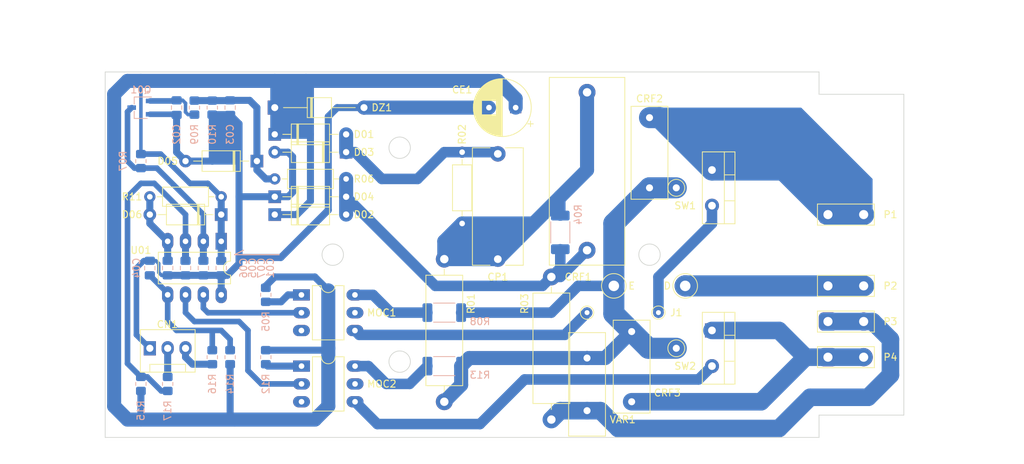
<source format=kicad_pcb>
(kicad_pcb (version 20211014) (generator pcbnew)
  (layers (0 "F.Cu" signal) (31 "B.Cu" signal) (34 "B.Paste" user) (35 "F.Paste" user) (36 "B.SilkS" user "B.Silkscreen") (37 "F.SilkS" user "F.Silkscreen") (38 "B.Mask" user) (39 "F.Mask" user) (44 "Edge.Cuts" user))
  (net 0 "")
  (net 1 "ISLA1")
  (net 2 "ISLA2")
  (net 3 "ISLA3")
  (net 4 "ISLA4")
  (footprint "Resistor_THT:R_Axial_DIN0207_L6.3mm_D2.5mm_P10.16mm_Horizontal" (layer "F.Cu") (at 6.35 17.78)
    (fp_text reference "R11" (at -2.54 0) (layer "F.SilkS"))
    (fp_text value "R_Axial_DIN0207_L6.3mm_D2.5mm_P10.16mm_Horizontal" hide)
    (pad "1" thru_hole circle (at 0 0) (size 1.6 1.6) (drill 0.8) (layers *.Cu *.Mask))
    (pad "2" thru_hole oval (at 10.16 0) (size 1.6 1.6) (drill 0.8) (layers *.Cu *.Mask) (net 4 "ISLA4"))
  )
  (footprint "TestPoint:TestPoint_THTPad_D1.5mm_Drill0.7mm" (layer "F.Cu") (at 68.58 34.29)
    (fp_text reference "PAD2J1" hide)
    (fp_text value "TestPoint_THTPad_D1.5mm_Drill0.7mm" hide)
    (pad "1" thru_hole circle (at 0 0) (size 1.5 1.5) (drill 0.7) (layers *.Cu *.Mask))
  )
  (footprint "Resistor_THT:R_Axial_DIN0516_L15.5mm_D5.0mm_P20.32mm_Horizontal" (layer "F.Cu") (at 48.26 46.99 90)
    (fp_text reference "R01" (at 13.97 3.81 90) (layer "F.SilkS"))
    (fp_text value "R_Axial_DIN0516_L15.5mm_D5.0mm_P20.32mm_Horizontal" hide)
    (pad "1" thru_hole circle (at 0 0 90) (size 2.4 2.4) (drill 1.2) (layers *.Cu *.Mask))
    (pad "2" thru_hole oval (at 20.32 0 90) (size 2.4 2.4) (drill 1.2) (layers *.Cu *.Mask) (net 2 "ISLA2"))
  )
  (footprint "Resistor_THT:R_Axial_DIN0207_L6.3mm_D2.5mm_P10.16mm_Horizontal" (layer "F.Cu") (at 50.8 21.59 90)
    (fp_text reference "R02" (at 12.7 0 90) (layer "F.SilkS"))
    (fp_text value "R_Axial_DIN0207_L6.3mm_D2.5mm_P10.16mm_Horizontal" hide)
    (pad "1" thru_hole circle (at 0 0 90) (size 1.6 1.6) (drill 0.8) (layers *.Cu *.Mask) (net 2 "ISLA2"))
    (pad "2" thru_hole oval (at 10.16 0 90) (size 1.6 1.6) (drill 0.8) (layers *.Cu *.Mask))
  )
  (footprint "TestPoint:TestPoint_THTPad_D2.0mm_Drill1.0mm" (layer "F.Cu") (at 81.28 39.37)
    (fp_text reference "PADSW2" hide)
    (fp_text value "TestPoint_THTPad_D2.0mm_Drill1.0mm" hide)
    (pad "1" thru_hole circle (at 0 0) (size 2 2) (drill 1) (layers *.Cu *.Mask))
  )
  (footprint "Diode_THT:D_A-405_P10.16mm_Horizontal" (layer "F.Cu") (at 24.13 20.32)
    (fp_text reference "D02" (at 12.7 0) (layer "F.SilkS"))
    (fp_text value "D_A-405_P10.16mm_Horizontal" hide)
    (pad "1" thru_hole rect (at 0 0) (size 1.8 1.8) (drill 0.9) (layers *.Cu *.Mask) (net 4 "ISLA4"))
    (pad "2" thru_hole oval (at 10.16 0) (size 1.8 1.8) (drill 0.9) (layers *.Cu *.Mask))
  )
  (footprint "TestPoint:TestPoint_2Pads_Pitch5.08mm_Drill1.3mm" (layer "F.Cu") (at 102.87 35.56)
    (fp_text reference "P3" (at 8.89 0) (layer "F.SilkS"))
    (fp_text value "TestPoint_2Pads_Pitch5.08mm_Drill1.3mm" hide)
    (pad "1" thru_hole roundrect (at 0 0) (size 2.6 2.6) (drill 1.3) (layers *.Cu *.Mask))
    (pad "2" thru_hole circle (at 5.08 0) (size 2.6 2.6) (drill 1.3) (layers *.Cu *.Mask))
  )
  (footprint "Connector:FanPinHeader_1x03_P2.54mm_Vertical" (layer "F.Cu") (at 6.35 39.37)
    (fp_text reference "CN1" (at 2.5 -3.4) (layer "F.SilkS"))
    (fp_text value "FanPinHeader_1x03_P2.54mm_Vertical" hide)
    (pad "1" thru_hole rect (at 0 0 90) (size 2.03 1.73) (drill 1.02) (layers *.Cu *.Mask) (net 1 "ISLA1"))
    (pad "2" thru_hole oval (at 2.54 0 90) (size 2.03 1.73) (drill 1.02) (layers *.Cu *.Mask))
    (pad "3" thru_hole oval (at 5.08 0 90) (size 2.03 1.73) (drill 1.02) (layers *.Cu *.Mask))
  )
  (footprint "Package_TO_SOT_THT:TO-220-2_Vertical" (layer "F.Cu") (at 86.36 36.83 -90)
    (fp_text reference "SW2" (at 5.08 3.81 180) (layer "F.SilkS"))
    (fp_text value "TO-220-2_Vertical" hide)
    (pad "1" thru_hole rect (at 0 0 270) (size 2 2) (drill 1.1) (layers *.Cu *.Mask))
    (pad "2" thru_hole oval (at 5.08 0 270) (size 2 2) (drill 1.1) (layers *.Cu *.Mask))
  )
  (footprint "Capacitor_THT:CP_Radial_D8.0mm_P3.80mm" (layer "F.Cu") (at 58.42 5.08 180)
    (fp_text reference "CE1" (at 7.62 2.54) (layer "F.SilkS"))
    (fp_text value "CP_Radial_D8.0mm_P3.80mm" hide)
    (pad "1" thru_hole rect (at 0 0 180) (size 1.6 1.6) (drill 0.8) (layers *.Cu *.Mask) (net 4 "ISLA4"))
    (pad "2" thru_hole circle (at 3.8 0 180) (size 1.6 1.6) (drill 0.8) (layers *.Cu *.Mask) (net 1 "ISLA1"))
  )
  (footprint "TestPoint:TestPoint_THTPad_D2.0mm_Drill1.0mm" (layer "F.Cu") (at 81.28 16.51)
    (fp_text reference "PADSW2" hide)
    (fp_text value "TestPoint_THTPad_D2.0mm_Drill1.0mm" hide)
    (pad "1" thru_hole circle (at 0 0) (size 2 2) (drill 1) (layers *.Cu *.Mask))
  )
  (footprint "TestPoint:TestPoint_2Pads_Pitch5.08mm_Drill1.3mm" (layer "F.Cu") (at 102.87 30.48)
    (fp_text reference "P2" (at 8.89 0) (layer "F.SilkS"))
    (fp_text value "TestPoint_2Pads_Pitch5.08mm_Drill1.3mm" hide)
    (pad "1" thru_hole roundrect (at 0 0) (size 2.6 2.6) (drill 1.3) (layers *.Cu *.Mask))
    (pad "2" thru_hole circle (at 5.08 0) (size 2.6 2.6) (drill 1.3) (layers *.Cu *.Mask))
  )
  (footprint "Package_DIP:DIP-6_W7.62mm_LongPads" (layer "F.Cu") (at 27.94 41.91)
    (fp_text reference "MOC2" (at 11.43 2.54) (layer "F.SilkS"))
    (fp_text value "DIP-6_W7.62mm_LongPads" hide)
    (pad "1" thru_hole rect (at 0 0) (size 2.4 1.6) (drill 0.8) (layers *.Cu *.Mask))
    (pad "2" thru_hole oval (at 0 2.54) (size 2.4 1.6) (drill 0.8) (layers *.Cu *.Mask))
    (pad "3" thru_hole oval (at 0 5.08) (size 2.4 1.6) (drill 0.8) (layers *.Cu *.Mask))
    (pad "4" thru_hole oval (at 7.62 5.08) (size 2.4 1.6) (drill 0.8) (layers *.Cu *.Mask))
    (pad "5" thru_hole oval (at 7.62 2.54) (size 2.4 1.6) (drill 0.8) (layers *.Cu *.Mask))
    (pad "6" thru_hole oval (at 7.62 0) (size 2.4 1.6) (drill 0.8) (layers *.Cu *.Mask))
  )
  (footprint "Diode_THT:D_A-405_P10.16mm_Horizontal" (layer "F.Cu") (at 24.13 8.89)
    (fp_text reference "D01" (at 12.7 0) (layer "F.SilkS"))
    (fp_text value "D_A-405_P10.16mm_Horizontal" hide)
    (pad "1" thru_hole rect (at 0 0) (size 1.8 1.8) (drill 0.9) (layers *.Cu *.Mask) (net 4 "ISLA4"))
    (pad "2" thru_hole oval (at 10.16 0) (size 1.8 1.8) (drill 0.9) (layers *.Cu *.Mask))
  )
  (footprint "Package_DIP:DIP-6_W7.62mm_LongPads" (layer "F.Cu") (at 27.924989 31.765011)
    (fp_text reference "MOC1" (at 11.43 2.54) (layer "F.SilkS"))
    (fp_text value "DIP-6_W7.62mm_LongPads" hide)
    (pad "1" thru_hole rect (at 0 0) (size 2.4 1.6) (drill 0.8) (layers *.Cu *.Mask))
    (pad "2" thru_hole oval (at 0 2.54) (size 2.4 1.6) (drill 0.8) (layers *.Cu *.Mask))
    (pad "3" thru_hole oval (at 0 5.08) (size 2.4 1.6) (drill 0.8) (layers *.Cu *.Mask))
    (pad "4" thru_hole oval (at 7.62 5.08) (size 2.4 1.6) (drill 0.8) (layers *.Cu *.Mask))
    (pad "5" thru_hole oval (at 7.62 2.54) (size 2.4 1.6) (drill 0.8) (layers *.Cu *.Mask))
    (pad "6" thru_hole oval (at 7.62 0) (size 2.4 1.6) (drill 0.8) (layers *.Cu *.Mask))
  )
  (footprint "TestPoint:TestPoint_THTPad_D3.0mm_Drill1.5mm" (layer "F.Cu") (at 72.39 30.48)
    (fp_text reference "E" (at 2.54 0) (layer "F.SilkS"))
    (fp_text value "TestPoint_THTPad_D3.0mm_Drill1.5mm" hide)
    (pad "1" thru_hole circle (at 0 0) (size 3 3) (drill 1.5) (layers *.Cu *.Mask))
  )
  (footprint "Diode_THT:D_A-405_P10.16mm_Horizontal" (layer "F.Cu") (at 16.51 20.32 180)
    (fp_text reference "D06" (at 12.7 0) (layer "F.SilkS"))
    (fp_text value "D_A-405_P10.16mm_Horizontal" hide)
    (pad "1" thru_hole rect (at 0 0 180) (size 1.8 1.8) (drill 0.9) (layers *.Cu *.Mask) (net 4 "ISLA4"))
    (pad "2" thru_hole oval (at 10.16 0 180) (size 1.8 1.8) (drill 0.9) (layers *.Cu *.Mask))
  )
  (footprint "Resistor_THT:R_Axial_DIN0207_L6.3mm_D2.5mm_P10.16mm_Horizontal" (layer "F.Cu") (at 24.13 15.24)
    (fp_text reference "R06" (at 12.7 0) (layer "F.SilkS"))
    (fp_text value "R_Axial_DIN0207_L6.3mm_D2.5mm_P10.16mm_Horizontal" hide)
    (pad "1" thru_hole circle (at 0 0) (size 1.6 1.6) (drill 0.8) (layers *.Cu *.Mask))
    (pad "2" thru_hole oval (at 10.16 0) (size 1.6 1.6) (drill 0.8) (layers *.Cu *.Mask))
  )
  (footprint "Capacitor_THT:C_Disc_D14.5mm_W5.0mm_P7.50mm" (layer "F.Cu") (at 68.58 48.26 90)
    (fp_text reference "VAR1" (at -1.27 5.08 180) (layer "F.SilkS"))
    (fp_text value "C_Disc_D14.5mm_W5.0mm_P7.50mm" hide)
    (pad "1" thru_hole circle (at 0 0 90) (size 2 2) (drill 1) (layers *.Cu *.Mask))
    (pad "2" thru_hole circle (at 7.5 0 90) (size 2 2) (drill 1) (layers *.Cu *.Mask))
  )
  (footprint "Diode_THT:D_A-405_P10.16mm_Horizontal" (layer "F.Cu") (at 34.29 11.43 180)
    (fp_text reference "D03" (at -2.54 0) (layer "F.SilkS"))
    (fp_text value "D_A-405_P10.16mm_Horizontal" hide)
    (pad "1" thru_hole rect (at 0 0 180) (size 1.8 1.8) (drill 0.9) (layers *.Cu *.Mask))
    (pad "2" thru_hole oval (at 10.16 0 180) (size 1.8 1.8) (drill 0.9) (layers *.Cu *.Mask) (net 1 "ISLA1"))
  )
  (footprint "TestPoint:TestPoint_THTPad_D3.0mm_Drill1.5mm" (layer "F.Cu") (at 82.55 30.48)
    (fp_text reference "D" (at -2.54 0) (layer "F.SilkS"))
    (fp_text value "TestPoint_THTPad_D3.0mm_Drill1.5mm" hide)
    (pad "1" thru_hole circle (at 0 0) (size 3 3) (drill 1.5) (layers *.Cu *.Mask))
  )
  (footprint "Capacitor_THT:C_Rect_L13.0mm_W5.0mm_P10.00mm_FKS3_FKP3_MKS4" (layer "F.Cu") (at 74.93 46.99 90)
    (fp_text reference "CRF3" (at 1.27 5.08 180) (layer "F.SilkS"))
    (fp_text value "C_Rect_L13.0mm_W5.0mm_P10.00mm_FKS3_FKP3_MKS4" hide)
    (pad "1" thru_hole circle (at 0 0 90) (size 2 2) (drill 1) (layers *.Cu *.Mask))
    (pad "2" thru_hole circle (at 10 0 90) (size 2 2) (drill 1) (layers *.Cu *.Mask))
  )
  (footprint "Diode_THT:D_A-405_P10.16mm_Horizontal" (layer "F.Cu") (at 24.13 17.78)
    (fp_text reference "D04" (at 12.7 0) (layer "F.SilkS"))
    (fp_text value "D_A-405_P10.16mm_Horizontal" hide)
    (pad "1" thru_hole rect (at 0 0) (size 1.8 1.8) (drill 0.9) (layers *.Cu *.Mask) (net 1 "ISLA1"))
    (pad "2" thru_hole oval (at 10.16 0) (size 1.8 1.8) (drill 0.9) (layers *.Cu *.Mask))
  )
  (footprint "Capacitor_THT:C_Rect_L26.5mm_W10.5mm_P22.50mm_MKS4" (layer "F.Cu") (at 68.58 25.4 90)
    (fp_text reference "CRF1" (at -3.81 -1.27 180) (layer "F.SilkS"))
    (fp_text value "C_Rect_L26.5mm_W10.5mm_P22.50mm_MKS4" hide)
    (pad "1" thru_hole circle (at 0 0 90) (size 2.4 2.4) (drill 1.2) (layers *.Cu *.Mask))
    (pad "2" thru_hole circle (at 22.5 0 90) (size 2.4 2.4) (drill 1.2) (layers *.Cu *.Mask) (net 2 "ISLA2"))
  )
  (footprint "Capacitor_THT:C_Rect_L13.0mm_W5.0mm_P10.00mm_FKS3_FKP3_MKS4" (layer "F.Cu") (at 77.47 16.51 90)
    (fp_text reference "CRF2" (at 12.7 0 180) (layer "F.SilkS"))
    (fp_text value "C_Rect_L13.0mm_W5.0mm_P10.00mm_FKS3_FKP3_MKS4" hide)
    (pad "1" thru_hole circle (at 0 0 90) (size 2 2) (drill 1) (layers *.Cu *.Mask))
    (pad "2" thru_hole circle (at 10 0 90) (size 2 2) (drill 1) (layers *.Cu *.Mask) (net 3 "ISLA3"))
  )
  (footprint "Diode_THT:D_A-405_P10.16mm_Horizontal" (layer "F.Cu") (at 21.59 12.7 180)
    (fp_text reference "D05" (at 12.7 0) (layer "F.SilkS"))
    (fp_text value "D_A-405_P10.16mm_Horizontal" hide)
    (pad "1" thru_hole rect (at 0 0 180) (size 1.8 1.8) (drill 0.9) (layers *.Cu *.Mask))
    (pad "2" thru_hole oval (at 10.16 0 180) (size 1.8 1.8) (drill 0.9) (layers *.Cu *.Mask) (net 1 "ISLA1"))
  )
  (footprint "Resistor_THT:R_Axial_DIN0516_L15.5mm_D5.0mm_P20.32mm_Horizontal" (layer "F.Cu") (at 63.5 49.53 90)
    (fp_text reference "R03" (at 16.51 -3.81 90) (layer "F.SilkS"))
    (fp_text value "R_Axial_DIN0516_L15.5mm_D5.0mm_P20.32mm_Horizontal" hide)
    (pad "1" thru_hole circle (at 0 0 90) (size 2.4 2.4) (drill 1.2) (layers *.Cu *.Mask))
    (pad "2" thru_hole oval (at 20.32 0 90) (size 2.4 2.4) (drill 1.2) (layers *.Cu *.Mask))
  )
  (footprint "Package_TO_SOT_THT:TO-220-2_Vertical" (layer "F.Cu") (at 86.36 13.97 -90)
    (fp_text reference "SW1" (at 5.08 3.81 180) (layer "F.SilkS"))
    (fp_text value "TO-220-2_Vertical" hide)
    (pad "1" thru_hole rect (at 0 0 270) (size 2 2) (drill 1.1) (layers *.Cu *.Mask) (net 3 "ISLA3"))
    (pad "2" thru_hole oval (at 5.08 0 270) (size 2 2) (drill 1.1) (layers *.Cu *.Mask))
  )
  (footprint "Diode_THT:D_T-1_P12.70mm_Horizontal" (layer "F.Cu") (at 24.13 5.08)
    (fp_text reference "DZ1" (at 15.24 0) (layer "F.SilkS"))
    (fp_text value "D_T-1_P12.70mm_Horizontal" hide)
    (pad "1" thru_hole rect (at 0 0) (size 2 2) (drill 1) (layers *.Cu *.Mask) (net 4 "ISLA4"))
    (pad "2" thru_hole oval (at 12.7 0) (size 2 2) (drill 1) (layers *.Cu *.Mask) (net 1 "ISLA1"))
  )
  (footprint "Capacitor_THT:C_Rect_L16.5mm_W7.0mm_P15.00mm_MKT" (layer "F.Cu") (at 55.88 26.67 90)
    (fp_text reference "CP1" (at -2.54 0 180) (layer "F.SilkS"))
    (fp_text value "C_Rect_L16.5mm_W7.0mm_P15.00mm_MKT" hide)
    (pad "1" thru_hole circle (at 0 0 90) (size 2.2 2.2) (drill 1.1) (layers *.Cu *.Mask) (net 2 "ISLA2"))
    (pad "2" thru_hole circle (at 15 0 90) (size 2.2 2.2) (drill 1.1) (layers *.Cu *.Mask))
  )
  (footprint "TestPoint:TestPoint_THTPad_D1.5mm_Drill0.7mm" (layer "F.Cu") (at 78.74 34.29)
    (fp_text reference "PAD1J1" hide)
    (fp_text value "TestPoint_THTPad_D1.5mm_Drill0.7mm" hide)
    (pad "1" thru_hole circle (at 0 0) (size 1.5 1.5) (drill 0.7) (layers *.Cu *.Mask))
  )
  (footprint "TestPoint:TestPoint_2Pads_Pitch5.08mm_Drill1.3mm" (layer "F.Cu") (at 102.87 20.32)
    (fp_text reference "P1" (at 8.89 0) (layer "F.SilkS"))
    (fp_text value "TestPoint_2Pads_Pitch5.08mm_Drill1.3mm" hide)
    (pad "1" thru_hole roundrect (at 0 0) (size 2.6 2.6) (drill 1.3) (layers *.Cu *.Mask) (net 3 "ISLA3"))
    (pad "2" thru_hole circle (at 5.08 0) (size 2.6 2.6) (drill 1.3) (layers *.Cu *.Mask) (net 3 "ISLA3"))
  )
  (footprint "Package_DIP:DIP-8_W7.62mm_LongPads" (layer "F.Cu") (at 16.51 24.13 -90)
    (fp_text reference "U01" (at 1.27 11.43 180) (layer "F.SilkS"))
    (fp_text value "DIP-8_W7.62mm_LongPads" hide)
    (pad "1" thru_hole rect (at 0 0 270) (size 2.4 1.6) (drill 0.8) (layers *.Cu *.Mask) (net 4 "ISLA4"))
    (pad "2" thru_hole oval (at 0 2.54 270) (size 2.4 1.6) (drill 0.8) (layers *.Cu *.Mask))
    (pad "3" thru_hole oval (at 0 5.08 270) (size 2.4 1.6) (drill 0.8) (layers *.Cu *.Mask))
    (pad "4" thru_hole oval (at 0 7.62 270) (size 2.4 1.6) (drill 0.8) (layers *.Cu *.Mask))
    (pad "5" thru_hole oval (at 7.62 7.62 270) (size 2.4 1.6) (drill 0.8) (layers *.Cu *.Mask))
    (pad "6" thru_hole oval (at 7.62 5.08 270) (size 2.4 1.6) (drill 0.8) (layers *.Cu *.Mask))
    (pad "7" thru_hole oval (at 7.62 2.54 270) (size 2.4 1.6) (drill 0.8) (layers *.Cu *.Mask))
    (pad "8" thru_hole oval (at 7.62 0 270) (size 2.4 1.6) (drill 0.8) (layers *.Cu *.Mask) (net 1 "ISLA1"))
  )
  (footprint "TestPoint:TestPoint_2Pads_Pitch5.08mm_Drill1.3mm" (layer "F.Cu") (at 102.87 40.64)
    (fp_text reference "P4" (at 8.89 0) (layer "F.SilkS"))
    (fp_text value "TestPoint_2Pads_Pitch5.08mm_Drill1.3mm" hide)
    (pad "1" thru_hole roundrect (at 0 0) (size 2.6 2.6) (drill 1.3) (layers *.Cu *.Mask))
    (pad "2" thru_hole circle (at 5.08 0) (size 2.6 2.6) (drill 1.3) (layers *.Cu *.Mask))
  )
  (footprint "Capacitor_SMD:C_0805_2012Metric_Pad1.18x1.45mm_HandSolder" (layer "B.Cu") (at 10.16 5.08 90)
    (fp_text reference "C02" (at -3.81 0 90) (layer "B.SilkS") (effects (justify mirror)))
    (fp_text value "C_0805_2012Metric_Pad1.18x1.45mm_HandSolder" hide)
    (pad "1" smd roundrect (at -1.0375 0 90) (size 1.175 1.45) (layers "B.Cu" "B.Paste" "B.Mask") (roundrect_rratio 0.2127659574) (net 1 "ISLA1"))
    (pad "2" smd roundrect (at 1.0375 0 90) (size 1.175 1.45) (layers "B.Cu" "B.Paste" "B.Mask") (roundrect_rratio 0.2127659574))
  )
  (footprint "Capacitor_SMD:C_0805_2012Metric_Pad1.18x1.45mm_HandSolder" (layer "B.Cu") (at 17.78 5.08 90)
    (fp_text reference "C03" (at -3.81 0 90) (layer "B.SilkS") (effects (justify mirror)))
    (fp_text value "C_0805_2012Metric_Pad1.18x1.45mm_HandSolder" hide)
    (pad "1" smd roundrect (at -1.0375 0 90) (size 1.175 1.45) (layers "B.Cu" "B.Paste" "B.Mask") (roundrect_rratio 0.2127659574) (net 1 "ISLA1"))
    (pad "2" smd roundrect (at 1.0375 0 90) (size 1.175 1.45) (layers "B.Cu" "B.Paste" "B.Mask") (roundrect_rratio 0.2127659574))
  )
  (footprint "Capacitor_SMD:C_0805_2012Metric_Pad1.18x1.45mm_HandSolder" (layer "B.Cu") (at 13.97 27.94 90)
    (fp_text reference "C07" (at 0 8.255 90) (layer "B.SilkS") (effects (justify mirror)))
    (fp_text value "C_0805_2012Metric_Pad1.18x1.45mm_HandSolder" hide)
    (pad "1" smd roundrect (at -1.0375 0 90) (size 1.175 1.45) (layers "B.Cu" "B.Paste" "B.Mask") (roundrect_rratio 0.2127659574) (net 1 "ISLA1"))
    (pad "2" smd roundrect (at 1.0375 0 90) (size 1.175 1.45) (layers "B.Cu" "B.Paste" "B.Mask") (roundrect_rratio 0.2127659574))
  )
  (footprint "Resistor_SMD:R_2010_5025Metric_Pad1.40x2.65mm_HandSolder" (layer "B.Cu") (at 48.26 41.91 180)
    (fp_text reference "R13" (at -5.08 -1.27) (layer "B.SilkS") (effects (justify mirror)))
    (fp_text value "R_2010_5025Metric_Pad1.40x2.65mm_HandSolder" hide)
    (pad "1" smd roundrect (at -2.4 0 180) (size 1.4 2.65) (layers "B.Cu" "B.Paste" "B.Mask") (roundrect_rratio 0.1785707143))
    (pad "2" smd roundrect (at 2.4 0 180) (size 1.4 2.65) (layers "B.Cu" "B.Paste" "B.Mask") (roundrect_rratio 0.1785707143))
  )
  (footprint "Package_TO_SOT_SMD:TSOT-23" (layer "B.Cu") (at 5.08 5.08 180)
    (fp_text reference "Q01" (at 0 2.54) (layer "B.SilkS") (effects (justify mirror)))
    (fp_text value "TSOT-23" hide)
    (pad "1" smd rect (at -1.31 0.95 180) (size 1.22 0.65) (layers "B.Cu" "B.Paste" "B.Mask"))
    (pad "2" smd rect (at -1.31 -0.95 180) (size 1.22 0.65) (layers "B.Cu" "B.Paste" "B.Mask") (net 1 "ISLA1"))
    (pad "3" smd rect (at 1.31 0 180) (size 1.22 0.65) (layers "B.Cu" "B.Paste" "B.Mask"))
  )
  (footprint "Resistor_SMD:R_0805_2012Metric_Pad1.20x1.40mm_HandSolder" (layer "B.Cu") (at 15.24 40.64 90)
    (fp_text reference "R16" (at -3.81 0 90) (layer "B.SilkS") (effects (justify mirror)))
    (fp_text value "R_0805_2012Metric_Pad1.20x1.40mm_HandSolder" hide)
    (pad "1" smd roundrect (at -1 0 90) (size 1.2 1.4) (layers "B.Cu" "B.Paste" "B.Mask") (roundrect_rratio 0.2083333333))
    (pad "2" smd roundrect (at 1 0 90) (size 1.2 1.4) (layers "B.Cu" "B.Paste" "B.Mask") (roundrect_rratio 0.2083333333))
  )
  (footprint "Capacitor_SMD:C_0805_2012Metric_Pad1.18x1.45mm_HandSolder" (layer "B.Cu") (at 16.51 27.94 90)
    (fp_text reference "C01" (at 0 6.985 90) (layer "B.SilkS") (effects (justify mirror)))
    (fp_text value "C_0805_2012Metric_Pad1.18x1.45mm_HandSolder" hide)
    (pad "1" smd roundrect (at -1.0375 0 90) (size 1.175 1.45) (layers "B.Cu" "B.Paste" "B.Mask") (roundrect_rratio 0.2127659574) (net 1 "ISLA1"))
    (pad "2" smd roundrect (at 1.0375 0 90) (size 1.175 1.45) (layers "B.Cu" "B.Paste" "B.Mask") (roundrect_rratio 0.2127659574) (net 4 "ISLA4"))
  )
  (footprint "Capacitor_SMD:C_0805_2012Metric_Pad1.18x1.45mm_HandSolder" (layer "B.Cu") (at 6.35 27.94 90)
    (fp_text reference "C04" (at 0 -1.905 90) (layer "B.SilkS") (effects (justify mirror)))
    (fp_text value "C_0805_2012Metric_Pad1.18x1.45mm_HandSolder" hide)
    (pad "1" smd roundrect (at -1.0375 0 90) (size 1.175 1.45) (layers "B.Cu" "B.Paste" "B.Mask") (roundrect_rratio 0.2127659574))
    (pad "2" smd roundrect (at 1.0375 0 90) (size 1.175 1.45) (layers "B.Cu" "B.Paste" "B.Mask") (roundrect_rratio 0.2127659574) (net 1 "ISLA1"))
  )
  (footprint "Resistor_SMD:R_0805_2012Metric_Pad1.20x1.40mm_HandSolder" (layer "B.Cu") (at 17.78 40.64 90)
    (fp_text reference "R14" (at -3.81 0 90) (layer "B.SilkS") (effects (justify mirror)))
    (fp_text value "R_0805_2012Metric_Pad1.20x1.40mm_HandSolder" hide)
    (pad "1" smd roundrect (at -1 0 90) (size 1.2 1.4) (layers "B.Cu" "B.Paste" "B.Mask") (roundrect_rratio 0.2083333333) (net 4 "ISLA4"))
    (pad "2" smd roundrect (at 1 0 90) (size 1.2 1.4) (layers "B.Cu" "B.Paste" "B.Mask") (roundrect_rratio 0.2083333333))
  )
  (footprint "Resistor_SMD:R_0805_2012Metric_Pad1.20x1.40mm_HandSolder" (layer "B.Cu") (at 22.86 40.64 90)
    (fp_text reference "R12" (at -3.81 0 90) (layer "B.SilkS") (effects (justify mirror)))
    (fp_text value "R_0805_2012Metric_Pad1.20x1.40mm_HandSolder" hide)
    (pad "1" smd roundrect (at -1 0 90) (size 1.2 1.4) (layers "B.Cu" "B.Paste" "B.Mask") (roundrect_rratio 0.2083333333))
    (pad "2" smd roundrect (at 1 0 90) (size 1.2 1.4) (layers "B.Cu" "B.Paste" "B.Mask") (roundrect_rratio 0.2083333333) (net 4 "ISLA4"))
  )
  (footprint "Resistor_SMD:R_0805_2012Metric_Pad1.20x1.40mm_HandSolder" (layer "B.Cu") (at 5.08 12.7 90)
    (fp_text reference "R07" (at 0 -2.54 90) (layer "B.SilkS") (effects (justify mirror)))
    (fp_text value "R_0805_2012Metric_Pad1.20x1.40mm_HandSolder" hide)
    (pad "1" smd roundrect (at -1 0 90) (size 1.2 1.4) (layers "B.Cu" "B.Paste" "B.Mask") (roundrect_rratio 0.2083333333))
    (pad "2" smd roundrect (at 1 0 90) (size 1.2 1.4) (layers "B.Cu" "B.Paste" "B.Mask") (roundrect_rratio 0.2083333333) (net 4 "ISLA4"))
  )
  (footprint "Capacitor_SMD:C_0805_2012Metric_Pad1.18x1.45mm_HandSolder" (layer "B.Cu") (at 11.43 27.94 90)
    (fp_text reference "C05" (at 0 9.525 90) (layer "B.SilkS") (effects (justify mirror)))
    (fp_text value "C_0805_2012Metric_Pad1.18x1.45mm_HandSolder" hide)
    (pad "1" smd roundrect (at -1.0375 0 90) (size 1.175 1.45) (layers "B.Cu" "B.Paste" "B.Mask") (roundrect_rratio 0.2127659574) (net 1 "ISLA1"))
    (pad "2" smd roundrect (at 1.0375 0 90) (size 1.175 1.45) (layers "B.Cu" "B.Paste" "B.Mask") (roundrect_rratio 0.2127659574))
  )
  (footprint "Resistor_SMD:R_0805_2012Metric_Pad1.20x1.40mm_HandSolder" (layer "B.Cu") (at 12.7 5.08 90)
    (fp_text reference "R09" (at -3.81 0 90) (layer "B.SilkS") (effects (justify mirror)))
    (fp_text value "R_0805_2012Metric_Pad1.20x1.40mm_HandSolder" hide)
    (pad "1" smd roundrect (at -1 0 90) (size 1.2 1.4) (layers "B.Cu" "B.Paste" "B.Mask") (roundrect_rratio 0.2083333333))
    (pad "2" smd roundrect (at 1 0 90) (size 1.2 1.4) (layers "B.Cu" "B.Paste" "B.Mask") (roundrect_rratio 0.2083333333))
  )
  (footprint "Resistor_SMD:R_0805_2012Metric_Pad1.20x1.40mm_HandSolder" (layer "B.Cu") (at 5.08 44.45 90)
    (fp_text reference "R15" (at -3.81 0 90) (layer "B.SilkS") (effects (justify mirror)))
    (fp_text value "R_0805_2012Metric_Pad1.20x1.40mm_HandSolder" hide)
    (pad "1" smd roundrect (at -1 0 90) (size 1.2 1.4) (layers "B.Cu" "B.Paste" "B.Mask") (roundrect_rratio 0.2083333333) (net 4 "ISLA4"))
    (pad "2" smd roundrect (at 1 0 90) (size 1.2 1.4) (layers "B.Cu" "B.Paste" "B.Mask") (roundrect_rratio 0.2083333333))
  )
  (footprint "Resistor_SMD:R_2010_5025Metric_Pad1.40x2.65mm_HandSolder" (layer "B.Cu") (at 64.77 22.86 -90)
    (fp_text reference "R04" (at -2.54 -2.54 90) (layer "B.SilkS") (effects (justify mirror)))
    (fp_text value "R_2010_5025Metric_Pad1.40x2.65mm_HandSolder" hide)
    (pad "1" smd roundrect (at -2.4 0 270) (size 1.4 2.65) (layers "B.Cu" "B.Paste" "B.Mask") (roundrect_rratio 0.1785707143) (net 2 "ISLA2"))
    (pad "2" smd roundrect (at 2.4 0 270) (size 1.4 2.65) (layers "B.Cu" "B.Paste" "B.Mask") (roundrect_rratio 0.1785707143))
  )
  (footprint "Resistor_SMD:R_0805_2012Metric_Pad1.20x1.40mm_HandSolder" (layer "B.Cu") (at 15.24 5.08 90)
    (fp_text reference "R10" (at -3.81 0 90) (layer "B.SilkS") (effects (justify mirror)))
    (fp_text value "R_0805_2012Metric_Pad1.20x1.40mm_HandSolder" hide)
    (pad "1" smd roundrect (at -1 0 90) (size 1.2 1.4) (layers "B.Cu" "B.Paste" "B.Mask") (roundrect_rratio 0.2083333333) (net 1 "ISLA1"))
    (pad "2" smd roundrect (at 1 0 90) (size 1.2 1.4) (layers "B.Cu" "B.Paste" "B.Mask") (roundrect_rratio 0.2083333333))
  )
  (footprint "Resistor_SMD:R_2010_5025Metric_Pad1.40x2.65mm_HandSolder" (layer "B.Cu") (at 48.26 34.29 180)
    (fp_text reference "R08" (at -5.08 -1.27) (layer "B.SilkS") (effects (justify mirror)))
    (fp_text value "R_2010_5025Metric_Pad1.40x2.65mm_HandSolder" hide)
    (pad "1" smd roundrect (at -2.4 0 180) (size 1.4 2.65) (layers "B.Cu" "B.Paste" "B.Mask") (roundrect_rratio 0.1785707143))
    (pad "2" smd roundrect (at 2.4 0 180) (size 1.4 2.65) (layers "B.Cu" "B.Paste" "B.Mask") (roundrect_rratio 0.1785707143))
  )
  (footprint "Resistor_SMD:R_0805_2012Metric_Pad1.20x1.40mm_HandSolder" (layer "B.Cu") (at 8.89 44.45 90)
    (fp_text reference "R17" (at -3.81 0 90) (layer "B.SilkS") (effects (justify mirror)))
    (fp_text value "R_0805_2012Metric_Pad1.20x1.40mm_HandSolder" hide)
    (pad "1" smd roundrect (at -1 0 90) (size 1.2 1.4) (layers "B.Cu" "B.Paste" "B.Mask") (roundrect_rratio 0.2083333333))
    (pad "2" smd roundrect (at 1 0 90) (size 1.2 1.4) (layers "B.Cu" "B.Paste" "B.Mask") (roundrect_rratio 0.2083333333))
  )
  (footprint "Capacitor_SMD:C_0805_2012Metric_Pad1.18x1.45mm_HandSolder" (layer "B.Cu") (at 8.89 27.94 90)
    (fp_text reference "C06" (at 0 10.795 90) (layer "B.SilkS") (effects (justify mirror)))
    (fp_text value "C_0805_2012Metric_Pad1.18x1.45mm_HandSolder" hide)
    (pad "1" smd roundrect (at -1.0375 0 90) (size 1.175 1.45) (layers "B.Cu" "B.Paste" "B.Mask") (roundrect_rratio 0.2127659574) (net 1 "ISLA1"))
    (pad "2" smd roundrect (at 1.0375 0 90) (size 1.175 1.45) (layers "B.Cu" "B.Paste" "B.Mask") (roundrect_rratio 0.2127659574))
  )
  (footprint "Resistor_SMD:R_0805_2012Metric_Pad1.20x1.40mm_HandSolder" (layer "B.Cu") (at 22.86 31.75 90)
    (fp_text reference "R05" (at -3.81 0 90) (layer "B.SilkS") (effects (justify mirror)))
    (fp_text value "R_0805_2012Metric_Pad1.20x1.40mm_HandSolder" hide)
    (pad "1" smd roundrect (at -1 0 90) (size 1.2 1.4) (layers "B.Cu" "B.Paste" "B.Mask") (roundrect_rratio 0.2083333333))
    (pad "2" smd roundrect (at 1 0 90) (size 1.2 1.4) (layers "B.Cu" "B.Paste" "B.Mask") (roundrect_rratio 0.2083333333) (net 4 "ISLA4"))
  )
  (gr_line (start 18.415 26.035) (end 19.685 25.4) (layer "B.SilkS") (width 0.15))
  (gr_line (start 24.765 26.035) (end 18.415 26.035) (layer "B.SilkS") (width 0.15))
  (gr_line (start 101.6 48.895) (end 101.6 52.07) (layer "Edge.Cuts") (width 0.1))
  (gr_line (start 113.665 48.895) (end 101.6 48.895) (layer "Edge.Cuts") (width 0.1))
  (gr_circle (center 41.91 41.275) (end 43.434 41.275) (layer "Edge.Cuts") (width 0.1) (fill none))
  (gr_line (start 113.665 3.175) (end 113.665 48.895) (layer "Edge.Cuts") (width 0.1))
  (gr_line (start 101.6 52.07) (end 0 52.07) (layer "Edge.Cuts") (width 0.1))
  (gr_circle (center 32.385 26.035) (end 33.909 26.035) (layer "Edge.Cuts") (width 0.1) (fill none))
  (gr_line (start 0 0) (end 101.6 0) (layer "Edge.Cuts") (width 0.1))
  (gr_circle (center 41.91 10.795) (end 43.434 10.795) (layer "Edge.Cuts") (width 0.1) (fill none))
  (gr_line (start 101.6 0) (end 101.6 3.175) (layer "Edge.Cuts") (width 0.1))
  (gr_line (start 0 0) (end 0 52.07) (layer "Edge.Cuts") (width 0.1))
  (gr_line (start 101.6 3.175) (end 113.665 3.175) (layer "Edge.Cuts") (width 0.1))
  (gr_circle (center 77.47 26.035) (end 78.994 26.035) (layer "Edge.Cuts") (width 0.1) (fill none))
  (gr_text "J1" (at 81.28 34.29) (layer "F.SilkS") (effects (font (size 1 1))))
  (segment (start 72.39 30.48) (end 72.39 21.59) (width 3) (layer "B.Cu") (net 0))
  (segment (start 34.29 11.43) (end 35.56 11.43) (width 1.5) (layer "B.Cu") (net 0))
  (segment (start 72.39 30.48) (end 72.39 34.45) (width 3) (layer "B.Cu") (net 0))
  (segment (start 37.465 41.91) (end 40.005 44.45) (width 1.5) (layer "B.Cu") (net 0))
  (segment (start 13.97 26.9025) (end 13.97 24.13) (width 1) (layer "B.Cu") (net 0))
  (segment (start 26.019989 31.765011) (end 27.924989 31.765011) (width 1) (layer "B.Cu") (net 0))
  (segment (start 35.56 11.43) (end 39.37 15.24) (width 1.5) (layer "B.Cu") (net 0))
  (segment (start 73.025 50.8) (end 95.885 50.8) (width 2.5) (layer "B.Cu") (net 0))
  (segment (start 11.0275 4.0425) (end 11.43 4.445) (width 0.5) (layer "B.Cu") (net 0))
  (segment (start 53.34 50.165) (end 59.69 43.815) (width 1.5) (layer "B.Cu") (net 0))
  (segment (start 12.7 35.56) (end 19.05 35.56) (width 0.8) (layer "B.Cu") (net 0))
  (segment (start 35.544989 31.765011) (end 38.115011 31.765011) (width 1.5) (layer "B.Cu") (net 0))
  (segment (start 10.0725 4.13) (end 10.16 4.0425) (width 0.5) (layer "B.Cu") (net 0))
  (segment (start 22.86 15.24) (end 24.13 15.24) (width 1) (layer "B.Cu") (net 0))
  (segment (start 34.29 8.89) (end 34.29 11.43) (width 2) (layer "B.Cu") (net 0))
  (segment (start 44.45 15.24) (end 48.26 11.43) (width 1.5) (layer "B.Cu") (net 0))
  (segment (start 50.8 11.43) (end 55.64 11.43) (width 1.5) (layer "B.Cu") (net 0))
  (segment (start 68.58 40.76) (end 51.81 40.76) (width 2) (layer "B.Cu") (net 0))
  (segment (start 62.23 30.48) (end 63.5 29.21) (width 1.5) (layer "B.Cu") (net 0))
  (segment (start 68.58 48.26) (end 70.485 48.26) (width 2.5) (layer "B.Cu") (net 0))
  (segment (start 65.405 37.465) (end 68.58 34.29) (width 1.5) (layer "B.Cu") (net 0))
  (segment (start 11.43 39.37) (end 11.43 40.64) (width 1) (layer "B.Cu") (net 0))
  (segment (start 35.56 41.91) (end 37.465 41.91) (width 1.5) (layer "B.Cu") (net 0))
  (segment (start 55.64 11.43) (end 55.88 11.67) (width 1.5) (layer "B.Cu") (net 0))
  (segment (start 23.13 41.91) (end 22.86 41.64) (width 1) (layer "B.Cu") (net 0))
  (segment (start 11.43 24.13) (end 11.43 20.32) (width 0.8) (layer "B.Cu") (net 0))
  (segment (start 63.5 49.53) (end 64.77 48.26) (width 2.5) (layer "B.Cu") (net 0))
  (segment (start 77.31 39.37) (end 74.93 36.99) (width 3) (layer "B.Cu") (net 0))
  (segment (start 3.175 5.675) (end 3.175 12.7) (width 0.8) (layer "B.Cu") (net 0))
  (segment (start 86.36 19.05) (end 86.36 21.59) (width 1.5) (layer "B.Cu") (net 0))
  (segment (start 34.29 17.78) (end 34.29 20.32) (width 2) (layer "B.Cu") (net 0))
  (segment (start 15.24 39.64) (end 15.24 36.83) (width 0.8) (layer "B.Cu") (net 0))
  (segment (start 12.43 41.64) (end 15.24 41.64) (width 1) (layer "B.Cu") (net 0))
  (segment (start 11.43 5.715) (end 11.795 6.08) (width 0.5) (layer "B.Cu") (net 0))
  (segment (start 11.43 40.64) (end 12.43 41.64) (width 1) (layer "B.Cu") (net 0))
  (segment (start 35.56 46.99) (end 38.735 50.165) (width 1.5) (layer "B.Cu") (net 0))
  (segment (start 17.78 38.1) (end 17.78 39.64) (width 0.8) (layer "B.Cu") (net 0))
  (segment (start 5.985 43.45) (end 7.985 45.45) (width 0.8) (layer "B.Cu") (net 0))
  (segment (start 102.87 35.56) (end 107.95 35.56) (width 2.5) (layer "B.Cu") (net 0))
  (segment (start 95.885 36.83) (end 99.695 40.64) (width 2.5) (layer "B.Cu") (net 0))
  (segment (start 50.66 44.59) (end 50.66 41.91) (width 2) (layer "B.Cu") (net 0))
  (segment (start 38.115011 31.765011) (end 40.64 34.29) (width 1.5) (layer "B.Cu") (net 0))
  (segment (start 72.39 21.59) (end 77.47 16.51) (width 3) (layer "B.Cu") (net 0))
  (segment (start 11.43 26.9025) (end 11.43 24.13) (width 1) (layer "B.Cu") (net 0))
  (segment (start 21.59 13.97) (end 22.86 15.24) (width 1) (layer "B.Cu") (net 0))
  (segment (start 7.985 45.45) (end 8.89 45.45) (width 0.8) (layer "B.Cu") (net 0))
  (segment (start 39.37 15.24) (end 44.45 15.24) (width 1.5) (layer "B.Cu") (net 0))
  (segment (start 95.885 50.8) (end 100.33 46.355) (width 2.5) (layer "B.Cu") (net 0))
  (segment (start 51.81 40.76) (end 50.66 41.91) (width 2) (layer "B.Cu") (net 0))
  (segment (start 86.36 21.59) (end 78.74 29.21) (width 1.5) (layer "B.Cu") (net 0))
  (segment (start 100.33 46.355) (end 108.585 46.355) (width 2.5) (layer "B.Cu") (net 0))
  (segment (start 81.28 39.37) (end 77.31 39.37) (width 3) (layer "B.Cu") (net 0))
  (segment (start 64.77 25.26) (end 64.77 27.94) (width 1.5) (layer "B.Cu") (net 0))
  (segment (start 63.5 29.21) (end 64.77 29.21) (width 1.5) (layer "B.Cu") (net 0))
  (segment (start 13.97 33.655) (end 13.97 31.75) (width 0.8) (layer "B.Cu") (net 0))
  (segment (start 20.32 42.545) (end 22.225 44.45) (width 0.8) (layer "B.Cu") (net 0))
  (segment (start 27.94 41.91) (end 23.13 41.91) (width 1) (layer "B.Cu") (net 0))
  (segment (start 6.35 20.32) (end 6.35 21.59) (width 1) (layer "B.Cu") (net 0))
  (segment (start 48.26 46.99) (end 50.66 44.59) (width 2) (layer "B.Cu") (net 0))
  (segment (start 71.16 40.76) (end 74.93 36.99) (width 2) (layer "B.Cu") (net 0))
  (segment (start 107.95 40.64) (end 102.87 40.64) (width 2.5) (layer "B.Cu") (net 0))
  (segment (start 84.455 43.815) (end 86.36 41.91) (width 1.5) (layer "B.Cu") (net 0))
  (segment (start 99.695 40.64) (end 102.87 40.64) (width 2.5) (layer "B.Cu") (net 0))
  (segment (start 93.345 46.99) (end 99.695 40.64) (width 2.5) (layer "B.Cu") (net 0))
  (segment (start 8.89 35.56) (end 10.16 36.83) (width 0.8) (layer "B.Cu") (net 0))
  (segment (start 111.76 38.1) (end 109.22 35.56) (width 2.5) (layer "B.Cu") (net 0))
  (segment (start 11.43 20.32) (end 6.985 15.875) (width 0.8) (layer "B.Cu") (net 0))
  (segment (start 3.77 5.08) (end 3.175 5.675) (width 0.8) (layer "B.Cu") (net 0))
  (segment (start 20.5525 4.0425) (end 21.59 5.08) (width 1) (layer "B.Cu") (net 0))
  (segment (start 11.43 34.29) (end 12.7 35.56) (width 0.8) (layer "B.Cu") (net 0))
  (segment (start 3.175 41.545) (end 5.08 43.45) (width 0.8) (layer "B.Cu") (net 0))
  (segment (start 13.97 24.13) (end 13.97 20.32) (width 0.8) (layer "B.Cu") (net 0))
  (segment (start 8.89 31.75) (end 8.89 31.5175) (width 0.8) (layer "B.Cu") (net 0))
  (segment (start 7.35 13.7) (end 5.08 13.7) (width 0.8) (layer "B.Cu") (net 0))
  (segment (start 67.31 30.48) (end 72.39 30.48) (width 1.5) (layer "B.Cu") (net 0))
  (segment (start 102.87 30.48) (end 82.55 30.48) (width 3) (layer "B.Cu") (net 0))
  (segment (start 72.39 34.45) (end 74.93 36.99) (width 3) (layer "B.Cu") (net 0))
  (segment (start 14.620011 34.305011) (end 13.97 33.655) (width 0.8) (layer "B.Cu") (net 0))
  (segment (start 21.59 12.7) (end 21.59 13.97) (width 1) (layer "B.Cu") (net 0))
  (segment (start 10.16 4.0425) (end 11.0275 4.0425) (width 0.5) (layer "B.Cu") (net 0))
  (segment (start 70.485 48.26) (end 73.025 50.8) (width 2.5) (layer "B.Cu") (net 0))
  (segment (start 34.29 15.24) (end 34.29 17.78) (width 2) (layer "B.Cu") (net 0))
  (segment (start 15.24 4.08) (end 17.7425 4.08) (width 1) (layer "B.Cu") (net 0))
  (segment (start 34.29 17.78) (end 46.99 30.48) (width 1.5) (layer "B.Cu") (net 0))
  (segment (start 48.26 11.43) (end 50.8 11.43) (width 1.5) (layer "B.Cu") (net 0))
  (segment (start 111.76 43.18) (end 111.76 38.1) (width 2.5) (layer "B.Cu") (net 0))
  (segment (start 5.08 43.45) (end 5.985 43.45) (width 0.8) (layer "B.Cu") (net 0))
  (segment (start 81.28 16.51) (end 77.47 16.51) (width 3) (layer "B.Cu") (net 0))
  (segment (start 11.43 4.445) (end 11.43 5.715) (width 0.5) (layer "B.Cu") (net 0))
  (segment (start 43.32 44.45) (end 45.86 41.91) (width 1.5) (layer "B.Cu") (net 0))
  (segment (start 12.7 4.08) (end 15.24 4.08) (width 1) (layer "B.Cu") (net 0))
  (segment (start 19.05 35.56) (end 20.32 36.83) (width 0.8) (layer "B.Cu") (net 0))
  (segment (start 64.77 27.94) (end 63.5 29.21) (width 1.5) (layer "B.Cu") (net 0))
  (segment (start 4.175 13.7) (end 5.08 13.7) (width 0.8) (layer "B.Cu") (net 0))
  (segment (start 6.35 17.78) (end 6.35 20.32) (width 1) (layer "B.Cu") (net 0))
  (segment (start 17.7425 4.08) (end 17.78 4.0425) (width 1) (layer "B.Cu") (net 0))
  (segment (start 5.08 15.875) (end 3.175 17.78) (width 0.8) (layer "B.Cu") (net 0))
  (segment (start 27.924989 34.305011) (end 14.620011 34.305011) (width 0.8) (layer "B.Cu") (net 0))
  (segment (start 22.86 32.75) (end 25.035 32.75) (width 1) (layer "B.Cu") (net 0))
  (segment (start 40.64 34.29) (end 45.86 34.29) (width 1.5) (layer "B.Cu") (net 0))
  (segment (start 38.735 50.165) (end 53.34 50.165) (width 1.5) (layer "B.Cu") (net 0))
  (segment (start 8.89 31.75) (end 8.89 35.56) (width 0.8) (layer "B.Cu") (net 0))
  (segment (start 64.77 48.26) (end 68.58 48.26) (width 2.5) (layer "B.Cu") (net 0))
  (segment (start 35.544989 36.845011) (end 36.164978 37.465) (width 1.5) (layer "B.Cu") (net 0))
  (segment (start 6.39 4.13) (end 10.0725 4.13) (width 0.8) (layer "B.Cu") (net 0))
  (segment (start 108.585 46.355) (end 111.76 43.18) (width 2.5) (layer "B.Cu") (net 0))
  (segment (start 11.43 31.75) (end 11.43 34.29) (width 0.8) (layer "B.Cu") (net 0))
  (segment (start 8.89 39.37) (end 8.89 43.45) (width 1) (layer "B.Cu") (net 0))
  (segment (start 13.97 20.32) (end 7.35 13.7) (width 0.8) (layer "B.Cu") (net 0))
  (segment (start 40.005 44.45) (end 43.32 44.45) (width 1.5) (layer "B.Cu") (net 0))
  (segment (start 15.24 36.83) (end 16.51 36.83) (width 0.8) (layer "B.Cu") (net 0))
  (segment (start 8.89 31.5175) (end 6.35 28.9775) (width 0.8) (layer "B.Cu") (net 0))
  (segment (start 50.66 34.29) (end 63.5 34.29) (width 1.5) (layer "B.Cu") (net 0))
  (segment (start 6.985 15.875) (end 5.08 15.875) (width 0.8) (layer "B.Cu") (net 0))
  (segment (start 3.175 17.78) (end 3.175 41.545) (width 0.8) (layer "B.Cu") (net 0))
  (segment (start 36.164978 37.465) (end 65.405 37.465) (width 1.5) (layer "B.Cu") (net 0))
  (segment (start 86.36 36.83) (end 95.885 36.83) (width 2.5) (layer "B.Cu") (net 0))
  (segment (start 6.35 21.59) (end 8.89 24.13) (width 1) (layer "B.Cu") (net 0))
  (segment (start 20.32 36.83) (end 20.32 42.545) (width 0.8) (layer "B.Cu") (net 0))
  (segment (start 17.78 4.0425) (end 20.5525 4.0425) (width 1) (layer "B.Cu") (net 0))
  (segment (start 68.58 40.76) (end 71.16 40.76) (width 2) (layer "B.Cu") (net 0))
  (segment (start 78.74 29.21) (end 78.74 34.29) (width 1.5) (layer "B.Cu") (net 0))
  (segment (start 109.22 35.56) (end 107.95 35.56) (width 2.5) (layer "B.Cu") (net 0))
  (segment (start 74.93 46.99) (end 93.345 46.99) (width 2.5) (layer "B.Cu") (net 0))
  (segment (start 22.225 44.45) (end 27.94 44.45) (width 0.8) (layer "B.Cu") (net 0))
  (segment (start 25.035 32.75) (end 26.019989 31.765011) (width 1) (layer "B.Cu") (net 0))
  (segment (start 3.175 12.7) (end 4.175 13.7) (width 0.8) (layer "B.Cu") (net 0))
  (segment (start 63.5 34.29) (end 67.31 30.48) (width 1.5) (layer "B.Cu") (net 0))
  (segment (start 10.16 36.83) (end 15.24 36.83) (width 0.8) (layer "B.Cu") (net 0))
  (segment (start 64.77 29.21) (end 68.58 25.4) (width 1.5) (layer "B.Cu") (net 0))
  (segment (start 21.59 5.08) (end 21.59 12.7) (width 1) (layer "B.Cu") (net 0))
  (segment (start 59.69 43.815) (end 84.455 43.815) (width 1.5) (layer "B.Cu") (net 0))
  (segment (start 8.89 26.9025) (end 8.89 24.13) (width 1) (layer "B.Cu") (net 0))
  (segment (start 46.99 30.48) (end 62.23 30.48) (width 1.5) (layer "B.Cu") (net 0))
  (segment (start 11.795 6.08) (end 12.7 6.08) (width 0.5) (layer "B.Cu") (net 0))
  (segment (start 16.51 36.83) (end 17.78 38.1) (width 0.8) (layer "B.Cu") (net 0))
  (segment (start 107.95 30.48) (end 102.87 30.48) (width 3) (layer "B.Cu") (net 0))
  (segment (start 4.445 27.94) (end 4.445 37.465) (width 0.8) (layer "B.Cu") (net 1))
  (segment (start 11.43 12.7) (end 15.24 12.7) (width 1) (layer "B.Cu") (net 1))
  (segment (start 4.445 37.465) (end 6.35 39.37) (width 0.8) (layer "B.Cu") (net 1))
  (segment (start 19.05 12.7) (end 19.05 17.78) (width 1) (layer "B.Cu") (net 1))
  (segment (start 13.97 28.9775) (end 11.43 28.9775) (width 1) (layer "B.Cu") (net 1))
  (segment (start 10.16 11.43) (end 10.16 6.1175) (width 1) (layer "B.Cu") (net 1))
  (segment (start 36.83 5.08) (end 33.02 5.08) (width 1) (layer "B.Cu") (net 1))
  (segment (start 33.02 5.08) (end 31.75 6.35) (width 1) (layer "B.Cu") (net 1))
  (segment (start 7.62 28.575) (end 7.62 27.305) (width 0.5) (layer "B.Cu") (net 1))
  (segment (start 15.24 6.08) (end 17.7425 6.08) (width 1) (layer "B.Cu") (net 1))
  (segment (start 24.13 11.43) (end 26.035 11.43) (width 1) (layer "B.Cu") (net 1))
  (segment (start 31.75 19.685) (end 24.9975 26.4375) (width 1) (layer "B.Cu") (net 1))
  (segment (start 8.89 28.9775) (end 8.0225 28.9775) (width 0.5) (layer "B.Cu") (net 1))
  (segment (start 11.43 12.7) (end 10.16 11.43) (width 1) (layer "B.Cu") (net 1))
  (segment (start 10.0725 6.03) (end 10.16 6.1175) (width 0.5) (layer "B.Cu") (net 1))
  (segment (start 54.62 5.08) (end 36.83 5.08) (width 2) (layer "B.Cu") (net 1))
  (segment (start 31.75 6.35) (end 31.75 19.685) (width 1) (layer "B.Cu") (net 1))
  (segment (start 7.2175 26.9025) (end 6.35 26.9025) (width 0.5) (layer "B.Cu") (net 1))
  (segment (start 19.05 27.305) (end 17.3775 28.9775) (width 1) (layer "B.Cu") (net 1))
  (segment (start 19.05 7.3875) (end 19.05 12.7) (width 1) (layer "B.Cu") (net 1))
  (segment (start 6.35 26.9025) (end 5.4825 26.9025) (width 0.8) (layer "B.Cu") (net 1))
  (segment (start 8.0225 28.9775) (end 7.62 28.575) (width 0.5) (layer "B.Cu") (net 1))
  (segment (start 26.67 17.145) (end 26.035 17.78) (width 1) (layer "B.Cu") (net 1))
  (segment (start 19.05 17.78) (end 19.05 26.4375) (width 1) (layer "B.Cu") (net 1))
  (segment (start 17.7425 6.08) (end 17.78 6.1175) (width 1) (layer "B.Cu") (net 1))
  (segment (start 17.78 6.1175) (end 19.05 7.3875) (width 1) (layer "B.Cu") (net 1))
  (segment (start 7.62 27.305) (end 7.2175 26.9025) (width 0.5) (layer "B.Cu") (net 1))
  (segment (start 5.4825 26.9025) (end 4.445 27.94) (width 0.8) (layer "B.Cu") (net 1))
  (segment (start 11.43 28.9775) (end 8.89 28.9775) (width 1) (layer "B.Cu") (net 1))
  (segment (start 16.51 28.9775) (end 13.97 28.9775) (width 1) (layer "B.Cu") (net 1))
  (segment (start 16.51 31.75) (end 16.51 28.9775) (width 1) (layer "B.Cu") (net 1))
  (segment (start 24.9975 26.4375) (end 19.05 26.4375) (width 1) (layer "B.Cu") (net 1))
  (segment (start 19.05 26.4375) (end 19.05 27.305) (width 1) (layer "B.Cu") (net 1))
  (segment (start 26.035 11.43) (end 26.67 12.065) (width 1) (layer "B.Cu") (net 1))
  (segment (start 15.24 12.7) (end 19.05 12.7) (width 1) (layer "B.Cu") (net 1))
  (segment (start 6.39 6.03) (end 10.0725 6.03) (width 0.8) (layer "B.Cu") (net 1))
  (segment (start 26.035 17.78) (end 24.13 17.78) (width 1) (layer "B.Cu") (net 1))
  (segment (start 24.13 17.78) (end 19.05 17.78) (width 1) (layer "B.Cu") (net 1))
  (segment (start 17.3775 28.9775) (end 16.51 28.9775) (width 1) (layer "B.Cu") (net 1))
  (segment (start 26.67 12.065) (end 26.67 17.145) (width 1) (layer "B.Cu") (net 1))
  (segment (start 15.24 12.7) (end 15.24 6.08) (width 1) (layer "B.Cu") (net 1))
  (segment (start 55.88 26.67) (end 48.26 26.67) (width 2) (layer "B.Cu") (net 2))
  (segment (start 64.77 20.46) (end 64.77 17.78) (width 1.5) (layer "B.Cu") (net 2))
  (segment (start 68.58 2.9) (end 68.58 13.97) (width 2) (layer "B.Cu") (net 2))
  (segment (start 48.26 24.13) (end 50.8 21.59) (width 2) (layer "B.Cu") (net 2))
  (segment (start 68.58 13.97) (end 64.77 17.78) (width 2) (layer "B.Cu") (net 2))
  (segment (start 64.77 17.78) (end 60.96 21.59) (width 2) (layer "B.Cu") (net 2))
  (segment (start 50.8 21.59) (end 60.96 21.59) (width 2) (layer "B.Cu") (net 2))
  (segment (start 60.96 21.59) (end 55.88 26.67) (width 2) (layer "B.Cu") (net 2))
  (segment (start 48.26 26.67) (end 48.26 24.13) (width 2) (layer "B.Cu") (net 2))
  (segment (start 77.47 6.51) (end 78.9 6.51) (width 3) (layer "B.Cu") (net 3))
  (segment (start 96.52 13.97) (end 102.87 20.32) (width 3) (layer "B.Cu") (net 3))
  (segment (start 78.9 6.51) (end 86.36 13.97) (width 3) (layer "B.Cu") (net 3))
  (segment (start 102.87 20.32) (end 107.95 20.32) (width 3) (layer "B.Cu") (net 3))
  (segment (start 86.36 13.97) (end 96.52 13.97) (width 3) (layer "B.Cu") (net 3))
  (segment (start 24.13 5.08) (end 24.13 1.27) (width 1) (layer "B.Cu") (net 4))
  (segment (start 5.08 11.7) (end 5.08 1.27) (width 0.5) (layer "B.Cu") (net 4))
  (segment (start 12.065 15.875) (end 7.89 11.7) (width 0.8) (layer "B.Cu") (net 4))
  (segment (start 5.08 1.27) (end 3.175 1.27) (width 2) (layer "B.Cu") (net 4))
  (segment (start 24.13 8.89) (end 29.21 8.89) (width 1) (layer "B.Cu") (net 4))
  (segment (start 24.13 8.89) (end 24.13 5.08) (width 1) (layer "B.Cu") (net 4))
  (segment (start 31.75 39.37) (end 31.75 47.625) (width 2) (layer "B.Cu") (net 4))
  (segment (start 1.27 47.625) (end 3.175 49.53) (width 2) (layer "B.Cu") (net 4))
  (segment (start 29.21 18.415) (end 29.21 7.62) (width 1) (layer "B.Cu") (net 4))
  (segment (start 7.89 11.7) (end 5.08 11.7) (width 0.8) (layer "B.Cu") (net 4))
  (segment (start 17.78 48.895) (end 18.415 49.53) (width 1) (layer "B.Cu") (net 4))
  (segment (start 16.51 24.13) (end 16.51 20.32) (width 1) (layer "B.Cu") (net 4))
  (segment (start 24.13 1.27) (end 5.08 1.27) (width 2) (layer "B.Cu") (net 4))
  (segment (start 24.13 29.21) (end 22.86 30.48) (width 1) (layer "B.Cu") (net 4))
  (segment (start 31.48 39.64) (end 31.75 39.37) (width 1) (layer "B.Cu") (net 4))
  (segment (start 1.27 3.175) (end 1.27 47.625) (width 2) (layer "B.Cu") (net 4))
  (segment (start 31.75 47.625) (end 29.845 49.53) (width 2) (layer "B.Cu") (net 4))
  (segment (start 31.75 31.115) (end 31.75 39.37) (width 2) (layer "B.Cu") (net 4))
  (segment (start 5.08 45.45) (end 5.08 49.53) (width 1) (layer "B.Cu") (net 4))
  (segment (start 14.605 15.875) (end 12.065 15.875) (width 0.8) (layer "B.Cu") (net 4))
  (segment (start 16.51 20.32) (end 16.51 17.78) (width 1) (layer "B.Cu") (net 4))
  (segment (start 31.75 31.115) (end 29.845 29.21) (width 1) (layer "B.Cu") (net 4))
  (segment (start 29.845 29.21) (end 24.13 29.21) (width 1) (layer "B.Cu") (net 4))
  (segment (start 22.86 39.64) (end 31.48 39.64) (width 1) (layer "B.Cu") (net 4))
  (segment (start 16.51 26.9025) (end 16.51 24.13) (width 1) (layer "B.Cu") (net 4))
  (segment (start 16.51 17.78) (end 14.605 15.875) (width 0.8) (layer "B.Cu") (net 4))
  (segment (start 29.845 49.53) (end 18.415 49.53) (width 2) (layer "B.Cu") (net 4))
  (segment (start 17.78 41.64) (end 17.78 48.895) (width 1) (layer "B.Cu") (net 4))
  (segment (start 28.575 1.27) (end 24.13 1.27) (width 2) (layer "B.Cu") (net 4))
  (segment (start 3.175 49.53) (end 5.08 49.53) (width 2) (layer "B.Cu") (net 4))
  (segment (start 58.42 5.08) (end 58.42 3.81) (width 2) (layer "B.Cu") (net 4))
  (segment (start 3.175 1.27) (end 1.27 3.175) (width 2) (layer "B.Cu") (net 4))
  (segment (start 22.86 30.48) (end 22.86 30.75) (width 1) (layer "B.Cu") (net 4))
  (segment (start 58.42 3.81) (end 55.88 1.27) (width 2) (layer "B.Cu") (net 4))
  (segment (start 27.305 20.32) (end 29.21 18.415) (width 1) (layer "B.Cu") (net 4))
  (segment (start 55.88 1.27) (end 28.575 1.27) (width 2) (layer "B.Cu") (net 4))
  (segment (start 29.21 7.62) (end 29.21 1.27) (width 1) (layer "B.Cu") (net 4))
  (segment (start 5.08 49.53) (end 18.415 49.53) (width 2) (layer "B.Cu") (net 4))
  (segment (start 24.13 20.32) (end 27.305 20.32) (width 1) (layer "B.Cu") (net 4))
  (zone (net 4) (net_name "ISLA4") (layer "B.Cu") (connect_pads yes (clearance 0.508)) (min_thickness 0.254) (fill yes (thermal_gap 0.508) (thermal_bridge_width 0.508))
    (polygon (pts (xy 29.21 9.525) (xy 23.495 9.525) (xy 23.495 1.905) (xy 29.21 1.905)))
  )
  (zone (net 3) (net_name "ISLA3") (layer "B.Cu") (connect_pads yes (clearance 0.508)) (min_thickness 0.254) (fill yes (thermal_gap 0.508) (thermal_bridge_width 0.508))
    (polygon (pts (xy 109.22 15.24) (xy 109.22 20.32) (xy 102.87 20.32) (xy 96.52 13.97) (xy 86.36 13.97) (xy 77.47 6.35) (xy 77.47 5.08) (xy 99.06 5.08)))
  )
  (zone (net 1) (net_name "ISLA1") (layer "B.Cu") (connect_pads yes (clearance 0.508)) (min_thickness 0.254) (fill yes (thermal_gap 0.508) (thermal_bridge_width 0.508))
    (polygon (pts (xy 19.05 7.62) (xy 19.05 12.7) (xy 15.24 12.7) (xy 15.24 6.35) (xy 17.78 6.35)))
  )
  (zone (net 2) (net_name "ISLA2") (layer "B.Cu") (connect_pads yes (clearance 0.508)) (min_thickness 0.254) (fill yes (thermal_gap 0.508) (thermal_bridge_width 0.508))
    (polygon (pts (xy 55.88 26.67) (xy 48.26 26.67) (xy 48.26 24.13) (xy 50.8 21.59) (xy 60.96 21.59)))
  )
)
</source>
